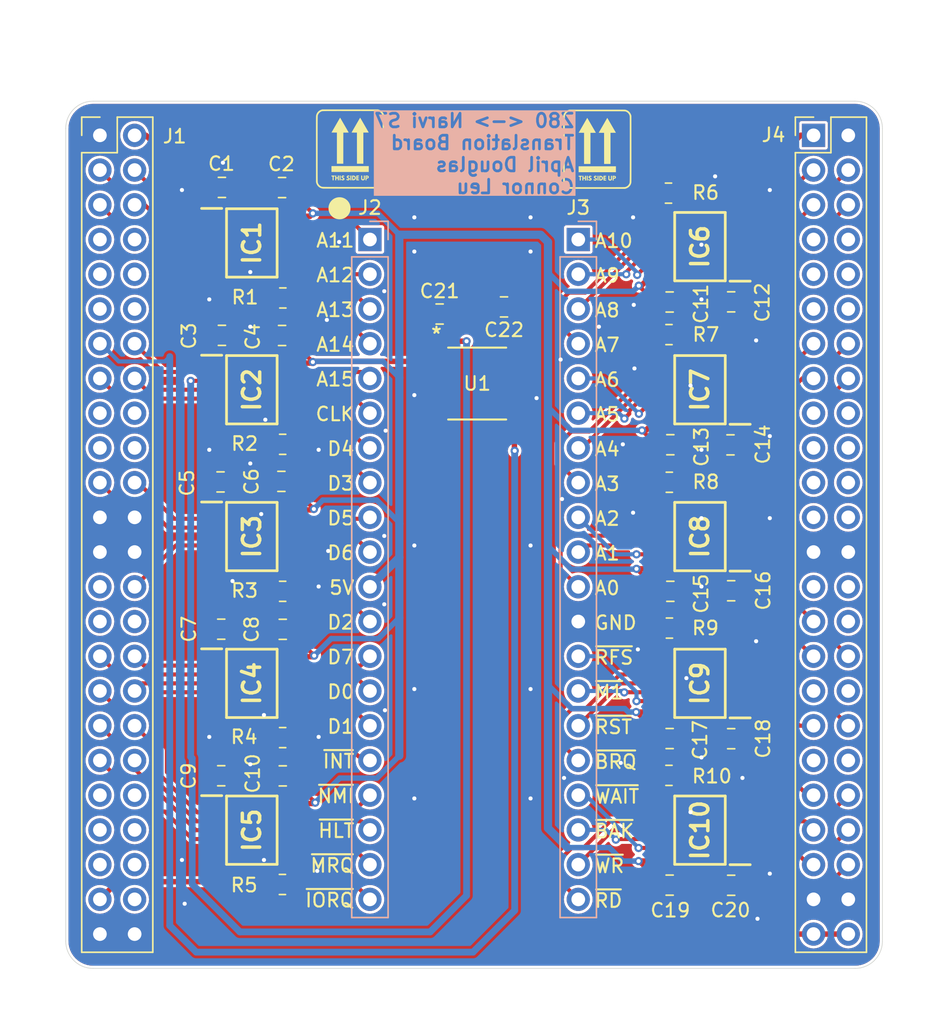
<source format=kicad_pcb>
(kicad_pcb (version 20240108) (generator "pcbnew") (generator_version "8.0")
  (layers (0 "F.Cu" signal) (31 "B.Cu" signal) (34 "B.Paste" user) (35 "F.Paste" user) (36 "B.SilkS" user "B.Silkscreen") (37 "F.SilkS" user "F.Silkscreen") (38 "B.Mask" user) (39 "F.Mask" user) (44 "Edge.Cuts" user))
  (net 0 "")
  (net 1 "D3_FPGA")
  (net 2 "A14_FPGA")
  (net 3 "D5_FPGA")
  (net 4 "D4_FPGA")
  (net 5 "D6_FPGA")
  (net 6 "CLK")
  (net 7 "A15_FPGA")
  (net 8 "A12_FPGA")
  (net 9 "A13_FPGA")
  (net 10 "A11_FPGA")
  (net 11 "HALT_FPGA")
  (net 12 "MREQ_FPGA")
  (net 13 "NMI_FPGA")
  (net 14 "INT_FPGA")
  (net 15 "D0_FPGA")
  (net 16 "D7_FPGA")
  (net 17 "D2_FPGA")
  (net 18 "IORQ_FPGA")
  (net 19 "D1_FPGA")
  (net 20 "A1_FPGA")
  (net 21 "A2_FPGA")
  (net 22 "A5_FPGA")
  (net 23 "A4_FPGA")
  (net 24 "A8_FPGA")
  (net 25 "A9_FPGA")
  (net 26 "A3_FPGA")
  (net 27 "A7_FPGA")
  (net 28 "A6_FPGA")
  (net 29 "A10_FPGA")
  (net 30 "BUSAK_FPGA")
  (net 31 "M1_FPGA")
  (net 32 "WAIT_FPGA")
  (net 33 "RFSH_FPGA")
  (net 34 "A0_FPGA")
  (net 35 "RD_FPGA")
  (net 36 "BUSRQ_FPGA")
  (net 37 "WR_FPGA")
  (net 38 "RESET_FPGA")
  (net 39 "D3_5V")
  (net 40 "D6_5V")
  (net 41 "D4_5V")
  (net 42 "A11_5V")
  (net 43 "A14_5V")
  (net 44 "A13_5V")
  (net 45 "A12_5V")
  (net 46 "CLK_5V")
  (net 47 "A15_5V")
  (net 48 "D5_5V")
  (net 49 "MREQ_5V")
  (net 50 "IORQ_5V")
  (net 51 "D7_5V")
  (net 52 "D1_5V")
  (net 53 "HALT_5V")
  (net 54 "+5V")
  (net 55 "D0_5V")
  (net 56 "INT_5V")
  (net 57 "NMI_5V")
  (net 58 "D2_5V")
  (net 59 "RD_5V")
  (net 60 "RFSH_5V")
  (net 61 "A0_5V")
  (net 62 "WR_5V")
  (net 63 "BUSAK_5V")
  (net 64 "BUSRQ_5V")
  (net 65 "M1_5V")
  (net 66 "RESET_5V")
  (net 67 "GND")
  (net 68 "WAIT_5V")
  (net 69 "A7_5V")
  (net 70 "A5_5V")
  (net 71 "A8_5V")
  (net 72 "A6_5V")
  (net 73 "A9_5V")
  (net 74 "A3_5V")
  (net 75 "A10_5V")
  (net 76 "A1_5V")
  (net 77 "A4_5V")
  (net 78 "A2_5V")
  (net 92 "Net-(IC1-OE)")
  (net 93 "Net-(IC2-OE)")
  (net 94 "Net-(IC3-OE)")
  (net 95 "Net-(IC4-OE)")
  (net 96 "Net-(IC5-OE)")
  (net 97 "Net-(IC10-OE)")
  (net 98 "Net-(IC9-OE)")
  (net 99 "Net-(IC8-OE)")
  (net 100 "Net-(IC7-OE)")
  (net 101 "Net-(IC6-OE)")
  (net 154 "+3V3UL")
  (net 155 "+3V3BL")
  (net 156 "+3V3UR")
  (net 157 "+3V3BR")
  (net 158 "PLLCLK")
  (footprint "Capacitor_SMD:C_0805_2012Metric" (layer "F.Cu") (at 162.375 73.185 180)
    (property "Reference" "C11")
    (property "Value" "100nF")
  )
  (footprint "hardware:SOP65P640X110-14N" (layer "F.Cu") (at 131.812 111.815)
    (property "Reference" "IC5")
    (property "Value" "NXB0104PW-Q100J" (hide yes))
  )
  (footprint "hardware:SOP65P640X110-14N" (layer "F.Cu") (at 164.592 79.6025 180)
    (property "Reference" "IC7")
    (property "Value" "NXB0104PW-Q100J" (hide yes))
  )
  (footprint "Capacitor_SMD:C_0805_2012Metric" (layer "F.Cu") (at 166.875 94.305 180)
    (property "Reference" "C16")
    (property "Value" "100nF")
  )
  (footprint "footprints:SOIC8_DCG8D1_REN" (layer "F.Cu") (at 148.29585 79.15)
    (property "Reference" "U1")
    (property "Value" "501MLF")
  )
  (footprint "Capacitor_SMD:C_0805_2012Metric" (layer "F.Cu") (at 129.625 64.805 180)
    (property "Reference" "C1")
    (property "Value" "100nF")
  )
  (footprint "Capacitor_SMD:C_0805_2012Metric" (layer "F.Cu") (at 166.875 105.125 180)
    (property "Reference" "C18")
    (property "Value" "100nF")
  )
  (footprint "Capacitor_SMD:C_0805_2012Metric" (layer "F.Cu") (at 166.825 83.635 180)
    (property "Reference" "C14")
    (property "Value" "100nF")
  )
  (footprint "Resistor_SMD:R_0805_2012Metric" (layer "F.Cu") (at 134.0675 83.595)
    (property "Reference" "R2")
    (property "Value" "100k")
  )
  (footprint "Capacitor_SMD:C_0805_2012Metric" (layer "F.Cu") (at 134.075 97.125 180)
    (property "Reference" "C8")
    (property "Value" "100nF")
  )
  (footprint "Capacitor_SMD:C_0805_2012Metric" (layer "F.Cu") (at 134.025 64.815 180)
    (property "Reference" "C2")
    (property "Value" "100nF")
  )
  (footprint "LOGO" (layer "F.Cu") (at 157.078 62.011)
    (property "Reference" "G***" (hide yes))
    (property "Value" "LOGO" (hide yes))
  )
  (footprint "hardware:SOP65P640X110-14N" (layer "F.Cu") (at 131.812 90.34)
    (property "Reference" "IC3")
    (property "Value" "NXB0104PW-Q100J" (hide yes))
  )
  (footprint "Resistor_SMD:R_0805_2012Metric" (layer "F.Cu") (at 134.05 115.7875)
    (property "Reference" "R5")
    (property "Value" "100k")
  )
  (footprint "hardware:SOP65P640X110-14N" (layer "F.Cu") (at 131.812 68.865)
    (property "Reference" "IC1")
    (property "Value" "NXB0104PW-Q100J" (hide yes))
  )
  (footprint "Resistor_SMD:R_0805_2012Metric" (layer "F.Cu") (at 162.326556 75.570171 180)
    (property "Reference" "R7")
    (property "Value" "100k")
  )
  (footprint "Connector_PinHeader_2.54mm:PinHeader_2x24_P2.54mm_Vertical" (layer "F.Cu") (at 172.9 60.995)
    (property "Reference" "J4")
    (property "Value" "Conn_02x24_Odd_Even")
  )
  (footprint "Capacitor_SMD:C_0805_2012Metric" (layer "F.Cu") (at 162.425 83.625 180)
    (property "Reference" "C13")
    (property "Value" "100nF")
  )
  (footprint "Capacitor_SMD:C_0805_2012Metric" (layer "F.Cu") (at 150.26 73.545 180)
    (property "Reference" "C22")
    (property "Value" "100nF")
  )
  (footprint "Capacitor_SMD:C_0805_2012Metric" (layer "F.Cu") (at 166.875 73.175 180)
    (property "Reference" "C12")
    (property "Value" "100nF")
  )
  (footprint "Resistor_SMD:R_0805_2012Metric" (layer "F.Cu") (at 162.325 107.8085 180)
    (property "Reference" "R10")
    (property "Value" "100k")
  )
  (footprint "Resistor_SMD:R_0805_2012Metric" (layer "F.Cu") (at 134.0675 105.045)
    (property "Reference" "R4")
    (property "Value" "100k")
  )
  (footprint "Capacitor_SMD:C_0805_2012Metric" (layer "F.Cu") (at 162.375 115.835 180)
    (property "Reference" "C19")
    (property "Value" "100nF")
  )
  (footprint "Capacitor_SMD:C_0805_2012Metric" (layer "F.Cu") (at 145.55 74.065)
    (property "Reference" "C21")
    (property "Value" "100nF")
  )
  (footprint "hardware:SOP65P640X110-14N" (layer "F.Cu") (at 164.592 69.135 180)
    (property "Reference" "IC6")
    (property "Value" "NXB0104PW-Q100J" (hide yes))
  )
  (footprint "Capacitor_SMD:C_0805_2012Metric" (layer "F.Cu") (at 129.625 75.625 180)
    (property "Reference" "C3")
    (property "Value" "100nF")
  )
  (footprint "Capacitor_SMD:C_0805_2012Metric" (layer "F.Cu") (at 134.075 107.845 180)
    (property "Reference" "C10")
    (property "Value" "100nF")
  )
  (footprint "Capacitor_SMD:C_0805_2012Metric" (layer "F.Cu") (at 162.425 94.345 180)
    (property "Reference" "C15")
    (property "Value" "100nF")
  )
  (footprint "Capacitor_SMD:C_0805_2012Metric" (layer "F.Cu") (at 166.875 115.845 180)
    (property "Reference" "C20")
    (property "Value" "100nF")
  )
  (footprint "Capacitor_SMD:C_0805_2012Metric" (layer "F.Cu") (at 134.025 75.635 180)
    (property "Reference" "C4")
    (property "Value" "100nF")
  )
  (footprint "hardware:SOP65P640X110-14N" (layer "F.Cu") (at 164.592 111.815 180)
    (property "Reference" "IC10")
    (property "Value" "NXB0104PW-Q100J" (hide yes))
  )
  (footprint "Resistor_SMD:R_0805_2012Metric" (layer "F.Cu") (at 134.0675 94.345)
    (property "Reference" "R3")
    (property "Value" "100k")
  )
  (footprint "Capacitor_SMD:C_0805_2012Metric" (layer "F.Cu") (at 133.975 86.305 180)
    (property "Reference" "C6")
    (property "Value" "100nF")
  )
  (footprint "hardware:SOP65P640X110-14N" (layer "F.Cu") (at 164.592 101.0775 180)
    (property "Reference" "IC9")
    (property "Value" "NXB0104PW-Q100J" (hide yes))
  )
  (footprint "Resistor_SMD:R_0805_2012Metric" (layer "F.Cu") (at 162.350825 86.369009 180)
    (property "Reference" "R8")
    (property "Value" "100k")
  )
  (footprint "Capacitor_SMD:C_0805_2012Metric" (layer "F.Cu") (at 129.575 107.835 180)
    (property "Reference" "C9")
    (property "Value" "100nF")
  )
  (footprint "Capacitor_SMD:C_0805_2012Metric" (layer "F.Cu") (at 129.525 86.345 180)
    (property "Reference" "C5")
    (property "Value" "100nF")
  )
  (footprint "Capacitor_SMD:C_0805_2012Metric" (layer "F.Cu") (at 162.375 105.115 180)
    (property "Reference" "C17")
    (property "Value" "100nF")
  )
  (footprint "LOGO" (layer "F.Cu") (at 139 61.995)
    (property "Reference" "G***" (hide yes))
    (property "Value" "LOGO" (hide yes))
  )
  (footprint "Resistor_SMD:R_0805_2012Metric" (layer "F.Cu") (at 162.2905 65.223 180)
    (property "Reference" "R6")
    (property "Value" "100k")
  )
  (footprint "Capacitor_SMD:C_0805_2012Metric" (layer "F.Cu") (at 129.575 97.115 180)
    (property "Reference" "C7")
    (property "Value" "100nF")
  )
  (footprint "Resistor_SMD:R_0805_2012Metric" (layer "F.Cu") (at 162.358511 97.034791 180)
    (property "Reference" "R9")
    (property "Value" "100k")
  )
  (footprint "Resistor_SMD:R_0805_2012Metric" (layer "F.Cu") (at 134.082063 72.889946)
    (property "Reference" "R1")
    (property "Value" "100k")
  )
  (footprint "hardware:SOP65P640X110-14N" (layer "F.Cu") (at 164.592 90.34 180)
    (property "Reference" "IC8")
    (property "Value" "NXB0104PW-Q100J" (hide yes))
  )
  (footprint "hardware:SOP65P640X110-14N" (layer "F.Cu") (at 131.812 101.0775)
    (property "Reference" "IC4")
    (property "Value" "NXB0104PW-Q100J" (hide yes))
  )
  (footprint "Connector_PinHeader_2.54mm:PinHeader_2x24_P2.54mm_Vertical" (layer "F.Cu") (at 120.7 60.995)
    (property "Reference" "J1")
    (property "Value" "Conn_02x24_Odd_Even")
  )
  (footprint "hardware:SOP65P640X110-14N" (layer "F.Cu") (at 131.812 79.6025)
    (property "Reference" "IC2")
    (property "Value" "NXB0104PW-Q100J" (hide yes))
  )
  (footprint "Connector_PinHeader_2.54mm:PinHeader_1x20_P2.54mm_Vertical" (layer "B.Cu") (at 155.690468 68.615398 180)
    (property "Reference" "J3")
    (property "Value" "Conn_01x20_Pin")
  )
  (footprint "Connector_PinHeader_2.54mm:PinHeader_1x20_P2.54mm_Vertical" (layer "B.Cu") (at 140.450468 68.615398 180)
    (property "Reference" "J2")
    (property "Value" "Conn_01x20_Pin")
  )
  (gr_circle (center 138.226 66.329) (end 138.933107 66.329) (stroke (width 0.2)) (fill solid) (layer "F.SilkS"))
  (gr_arc (start 118.2 60.495) (mid 118.785786 59.080786) (end 120.2 58.495) (stroke (width 0.05)) (layer "Edge.Cuts"))
  (gr_arc (start 175.94 58.495) (mid 177.354214 59.080786) (end 177.94 60.495) (stroke (width 0.05)) (layer "Edge.Cuts"))
  (gr_line (start 118.2 60.495) (end 118.2 119.925) (stroke (width 0.05)) (layer "Edge.Cuts"))
  (gr_arc (start 120.2 121.925) (mid 118.785786 121.339214) (end 118.2 119.925) (stroke (width 0.05)) (layer "Edge.Cuts"))
  (gr_line (start 175.94 58.495) (end 120.2 58.495) (stroke (width 0.05)) (layer "Edge.Cuts"))
  (gr_line (start 120.2 121.925) (end 175.94 121.925) (stroke (width 0.05)) (layer "Edge.Cuts"))
  (gr_arc (start 177.94 119.925) (mid 177.354214 121.339214) (end 175.94 121.925) (stroke (width 0.05)) (layer "Edge.Cuts"))
  (gr_line (start 177.94 60.495) (end 177.94 119.925) (stroke (width 0.05)) (layer "Edge.Cuts"))
  (gr_text "Z80 <-> Narvi S7\nTranslation Board\nApril Douglas\nConnor Leu " (at 155.506 65.34 0) (layer "B.SilkS" knockout) (effects (font (size 1 1) (thickness 0.2) (bold yes)) (justify left bottom mirror)))
  (gr_text "~{RFS}" (at 156.8 99.775 0) (layer "F.SilkS") (effects (font (size 1 1) (thickness 0.153)) (justify left bottom)))
  (gr_text "A5" (at 156.8 81.995 0) (layer "F.SilkS") (effects (font (size 1 1) (thickness 0.153)) (justify left bottom)))
  (gr_text "D0" (at 139.39993 102.285 0) (layer "F.SilkS") (effects (font (size 1 1) (thickness 0.153)) (justify right bottom)))
  (gr_text "A2" (at 156.8 89.615 0) (layer "F.SilkS") (effects (font (size 1 1) (thickness 0.153)) (justify left bottom)))
  (gr_text "~{NMI}\n" (at 139.39993 109.905 0) (layer "F.SilkS") (effects (font (size 1 1) (thickness 0.153)) (justify right bottom)))
  (gr_text "D6" (at 139.39993 92.125 0) (layer "F.SilkS") (effects (font (size 1 1) (thickness 0.153)) (justify right bottom)))
  (gr_text "A6" (at 156.8 79.455 0) (layer "F.SilkS") (effects (font (size 1 1) (thickness 0.153)) (justify left bottom)))
  (gr_text "A10" (at 156.8 69.295 0) (layer "F.SilkS") (effects (font (size 1 1) (thickness 0.153)) (justify left bottom)))
  (gr_text "A0" (at 156.8 94.695 0) (layer "F.SilkS") (effects (font (size 1 1) (thickness 0.153)) (justify left bottom)))
  (gr_text "~{RD}\n" (at 156.8 117.555 0) (layer "F.SilkS") (effects (font (size 1 1) (thickness 0.153)) (justify left bottom)))
  (gr_text "~{RST}" (at 156.8 104.855 0) (layer "F.SilkS") (effects (font (size 1 1) (thickness 0.153)) (justify left bottom)))
  (gr_text "A7" (at 156.8 76.915 0) (layer "F.SilkS") (effects (font (size 1 1) (thickness 0.153)) (justify left bottom)))
  (gr_text "~{INT}" (at 139.39993 107.365 0) (layer "F.SilkS") (effects (font (size 1 1) (thickness 0.153)) (justify right bottom)))
  (gr_text "D2" (at 139.39993 97.205 0) (layer "F.SilkS") (effects (font (size 1 1) (thickness 0.153)) (justify right bottom)))
  (gr_text "A9" (at 156.8 71.835 0) (layer "F.SilkS") (effects (font (size 1 1) (thickness 0.153)) (justify left bottom)))
  (gr_text "CLK" (at 139.39993 81.965 0) (layer "F.SilkS") (effects (font (size 1 1) (thickness 0.153)) (justify right bottom)))
  (gr_text "A1" (at 156.8 92.155 0) (layer "F.SilkS") (effects (font (size 1 1) (thickness 0.153)) (justify left bottom)))
  (gr_text "A11\n" (at 139.39993 69.265 0) (layer "F.SilkS") (effects (font (size 1 1) (thickness 0.153)) (justify right bottom)))
  (gr_text "D7" (at 139.39993 99.745 0) (layer "F.SilkS") (effects (font (size 1 1) (thickness 0.153)) (justify right bottom)))
  (gr_text "~{BRQ}\n" (at 156.8 107.395 0) (layer "F.SilkS") (effects (font (size 1 1) (thickness 0.153)) (justify left bottom)))
  (gr_text "GND" (at 156.8 97.235 0) (layer "F.SilkS") (effects (font (size 1 1) (thickness 0.153)) (justify left bottom)))
  (gr_text "~{WR}" (at 156.8 115.015 0) (layer "F.SilkS") (effects (font (size 1 1) (thickness 0.153)) (justify left bottom)))
  (gr_text "~{WAIT}\n" (at 156.8 109.935 0) (layer "F.SilkS") (effects (font (size 1 1) (thickness 0.153)) (justify left bottom)))
  (gr_text "~{MRQ}" (at 139.39993 114.985 0) (layer "F.SilkS") (effects (font (size 1 1) (thickness 0.153)) (justify right bottom)))
  (gr_text "A15" (at 139.39993 79.425 0) (layer "F.SilkS") (effects (font (size 1 1) (thickness 0.153)) (justify right bottom)))
  (gr_text "~{HLT}" (at 139.39993 112.445 0) (layer "F.SilkS") (effects (font (size 1 1) (thickness 0.153)) (justify right bottom)))
  (gr_text "A8" (at 156.8 74.375 0) (layer "F.SilkS") (effects (font (size 1 1) (thickness 0.153)) (justify left bottom)))
  (gr_text "~{M1}" (at 156.8 102.315 0) (layer "F.SilkS") (effects (font (size 1 1) (thickness 0.153)) (justify left bottom)))
  (gr_text "~{BAK}" (at 156.8 112.475 0) (layer "F.SilkS") (effects (font (size 1 1) (thickness 0.153)) (justify left bottom)))
  (gr_text "A12\n" (at 139.39993 71.805 0) (layer "F.SilkS") (effects (font (size 1 1) (thickness 0.153)) (justify right bottom)))
  (gr_text "~{IORQ}" (at 139.39993 117.525 0) (layer "F.SilkS") (effects (font (size 1 1) (thickness 0.153)) (justify right bottom)))
  (gr_text "D3\n" (at 139.39993 87.045 0) (layer "F.SilkS") (effects (font (size 1 1) (thickness 0.153)) (justify right bottom)))
  (gr_text "A13" (at 139.39993 74.345 0) (layer "F.SilkS") (effects (font (size 1 1) (thickness 0.153)) (justify right bottom)))
  (gr_text "A3" (at 156.8 87.075 0) (layer "F.SilkS") (effects (font (size 1 1) (thickness 0.153)) (justify left bottom)))
  (gr_text "A4" (at 156.8 84.535 0) (layer "F.SilkS") (effects (font (size 1 1) (thickness 0.153)) (justify left bottom)))
  (gr_text "5V" (at 139.39993 94.665 0) (layer "F.SilkS") (effects (font (size 1 1) (thickness 0.153)) (justify right bottom)))
  (gr_text "D5\n" (at 139.39993 89.585 0) (layer "F.SilkS") (effects (font (size 1 1) (thickness 0.153)) (justify right bottom)))
  (gr_text "A14\n" (at 139.39993 76.885 0) (layer "F.SilkS") (effects (font (size 1 1) (thickness 0.153)) (justify right bottom)))
  (gr_text "D1" (at 139.39993 104.825 0) (layer "F.SilkS") (effects (font (size 1 1) (thickness 0.153)) (justify right bottom)))
  (gr_text "D4\n" (at 139.39993 84.505 0) (layer "F.SilkS") (effects (font (size 1 1) (thickness 0.153)) (justify right bottom)))
  (segment (start 121.925 80) (end 120.7 78.775) (width 0.3) (layer "F.Cu") (net 1))
  (segment (start 128.874 80.2525) (end 123.874557 80.2525) (width 0.3) (layer "F.Cu") (net 1))
  (segment (start 123.874557 80.2525) (end 123.622057 80) (width 0.3) (layer "F.Cu") (net 1))
  (segment (start 123.622057 80) (end 121.925 80) (width 0.3) (layer "F.Cu") (net 1))
  (segment (start 126.415 69.515) (end 124.175 67.275) (width 0.3) (layer "F.Cu") (net 2))
  (segment (start 128.874 69.515) (end 126.415 69.515) (width 0.3) (layer "F.Cu") (net 2))
  (segment (start 121.9 67.275) (end 120.7 66.075) (width 0.3) (layer "F.Cu") (net 2))
  (segment (start 124.175 67.275) (end 121.9 67.275) (width 0.3) (layer "F.Cu") (net 2))
  (segment (start 126.14 89.04) (end 123.495 86.395) (width 0.3) (layer "F.Cu") (net 3))
  (segment (start 128.874 89.04) (end 126.14 89.04) (width 0.3) (layer "F.Cu") (net 3))
  (segment (start 124.0675 79.6025) (end 123.24 78.775) (width 0.3) (layer "F.Cu") (net 4))
  (segment (start 128.874 79.6025) (end 124.0675 79.6025) (width 0.3) (layer "F.Cu") (net 4))
  (segment (start 122.005 87.7) (end 120.7 86.395) (width 0.3) (layer "F.Cu") (net 5))
  (segment (start 125.692057 89.69) (end 123.702057 87.7) (width 0.3) (layer "F.Cu") (net 5))
  (segment (start 128.874 89.69) (end 125.692057 89.69) (width 0.3) (layer "F.Cu") (net 5))
  (segment (start 123.702057 87.7) (end 122.005 87.7) (width 0.3) (layer "F.Cu") (net 5))
  (segment (start 146.7617 76.055) (end 145.5717 77.245) (width 0.4) (layer "F.Cu") (net 6))
  (segment (start 127.34 78.9525) (end 127.2725 78.9525) (width 0.3) (layer "F.Cu") (net 6))
  (segment (start 127.2725 78.9525) (end 127.26 78.965) (width 0.3) (layer "F.Cu") (net 6))
  (segment (start 147.52 76.055) (end 146.7617 76.055) (width 0.4) (layer "F.Cu") (net 6))
  (segment (start 128.874 78.9525) (end 127.34 78.9525) (width 0.3) (layer "F.Cu") (net 6))
  (via (at 147.52 76.055) (size 0.6) (drill 0.3) (layers "F.Cu" "B.Cu") (net 6))
  (via (at 127.34 78.9525) (size 0.6) (drill 0.3) (layers "F.Cu" "B.Cu") (net 6))
  (segment (start 130.94 119.255) (end 144.86 119.255) (width 0.5) (layer "B.Cu") (net 6))
  (segment (start 127.45 115.765) (end 127.82 116.135) (width 0.5) (layer "B.Cu") (net 6))
  (segment (start 127.82 116.135) (end 130.94 119.255) (width 0.5) (layer "B.Cu") (net 6))
  (segment (start 127.34 106.454239) (end 127.45 106.564239) (width 0.5) (layer "B.Cu") (net 6))
  (segment (start 127.45 106.564239) (end 127.45 115.765) (width 0.5) (layer "B.Cu") (net 6))
  (segment (start 127.34 78.9525) (end 127.34 106.454239) (width 0.5) (layer "B.Cu") (net 6))
  (segment (start 144.86 119.255) (end 147.52 116.595) (width 0.5) (layer "B.Cu") (net 6))
  (segment (start 147.52 116.595) (end 147.52 76.055) (width 0.5) (layer "B.Cu") (net 6))
  (segment (start 125.3075 78.3025) (end 123.24 76.235) (width 0.3) (layer "F.Cu") (net 7))
  (segment (start 128.874 78.3025) (end 125.3075 78.3025) (width 0.3) (layer "F.Cu") (net 7))
  (segment (start 127.077057 68.215) (end 123.597057 64.735) (width 0.3) (layer "F.Cu") (net 8))
  (segment (start 123.597057 64.735) (end 121.9 64.735) (width 0.3) (layer "F.Cu") (net 8))
  (segment (start 128.874 68.215) (end 127.077057 68.215) (width 0.3) (layer "F.Cu") (net 8))
  (segment (start 121.9 64.735) (end 120.7 63.535) (width 0.3) (layer "F.Cu") (net 8))
  (segment (start 123.975 66.075) (end 123.24 66.075) (width 0.3) (layer "F.Cu") (net 9))
  (segment (start 128.874 68.865) (end 126.765 68.865) (width 0.3) (layer "F.Cu") (net 9))
  (segment (start 126.765 68.865) (end 123.975 66.075) (width 0.3) (layer "F.Cu") (net 9))
  (segment (start 127.27 67.565) (end 123.24 63.535) (width 0.3) (layer "F.Cu") (net 10))
  (segment (start 128.874 67.565) (end 127.27 67.565) (width 0.3) (layer "F.Cu") (net 10))
  (segment (start 124.529394 107.915) (end 124.529394 106.307337) (width 0.3) (layer "F.Cu") (net 11))
  (segment (start 127.779394 111.165) (end 124.529394 107.915) (width 0.3) (layer "F.Cu") (net 11))
  (segment (start 123.622057 105.4) (end 121.925 105.4) (width 0.3) (layer "F.Cu") (net 11))
  (segment (start 121.925 105.4) (end 120.7 104.175) (width 0.3) (layer "F.Cu") (net 11))
  (segment (start 128.874 111.165) (end 127.779394 111.165) (width 0.3) (layer "F.Cu") (net 11))
  (segment (start 124.529394 106.307337) (end 123.622057 105.4) (width 0.3) (layer "F.Cu") (net 11))
  (segment (start 128.874 111.815) (end 127.722288 111.815) (width 0.3) (layer "F.Cu") (net 12))
  (segment (start 127.722288 111.815) (end 123.24 107.332712) (width 0.3) (layer "F.Cu") (net 12))
  (segment (start 125.1 106.035) (end 123.24 104.175) (width 0.3) (layer "F.Cu") (net 13))
  (segment (start 125.1 107.7785) (end 125.1 106.035) (width 0.3) (layer "F.Cu") (net 13))
  (segment (start 127.8365 110.515) (end 125.1 107.7785) (width 0.3) (layer "F.Cu") (net 13))
  (segment (start 128.874 110.515) (end 127.8365 110.515) (width 0.3) (layer "F.Cu") (net 13))
  (segment (start 123.737057 102.835) (end 121.9 102.835) (width 0.3) (layer "F.Cu") (net 14))
  (segment (start 128.874 101.7275) (end 124.844557 101.7275) (width 0.3) (layer "F.Cu") (net 14))
  (segment (start 124.844557 101.7275) (end 123.737057 102.835) (width 0.3) (layer "F.Cu") (net 14))
  (segment (start 121.9 102.835) (end 120.7 101.635) (width 0.3) (layer "F.Cu") (net 14))
  (segment (start 128.874 100.4275) (end 122.0325 100.4275) (width 0.3) (layer "F.Cu") (net 15))
  (segment (start 122.0325 100.4275) (end 120.7 99.095) (width 0.3) (layer "F.Cu") (net 15))
  (segment (start 123.9225 99.7775) (end 123.24 99.095) (width 0.3) (layer "F.Cu") (net 16))
  (segment (start 128.874 99.7775) (end 123.9225 99.7775) (width 0.3) (layer "F.Cu") (net 16))
  (segment (start 126.265 90.99) (end 123.24 94.015) (width 0.3) (layer "F.Cu") (net 17))
  (segment (start 128.874 90.99) (end 126.265 90.99) (width 0.3) (layer "F.Cu") (net 17))
  (segment (start 121.9 109.612057) (end 121.9 107.915) (width 0.3) (layer "F.Cu") (net 18))
  (segment (start 128.874 112.465) (end 127.465 112.465) (width 0.3) (layer "F.Cu") (net 18))
  (segment (start 125.455 110.455) (end 122.742943 110.455) (width 0.3) (layer "F.Cu") (net 18))
  (segment (start 127.465 112.465) (end 125.455 110.455) (width 0.3) (layer "F.Cu") (net 18))
  (segment (start 121.9 107.915) (end 120.7 106.715) (width 0.3) (layer "F.Cu") (net 18))
  (segment (start 122.742943 110.455) (end 121.9 109.612057) (width 0.3) (layer "F.Cu") (net 18))
  (segment (start 123.7975 101.0775) (end 123.24 101.635) (width 0.3) (layer "F.Cu") (net 19))
  (segment (start 128.874 101.0775) (end 123.7975 101.0775) (width 0.3) (layer "F.Cu") (net 19))
  (segment (start 172.345 97.895) (end 174.24 97.895) (width 0.3) (layer "F.Cu") (net 20))
  (segment (start 174.24 97.895) (end 175.44 99.095) (width 0.3) (layer "F.Cu") (net 20))
  (segment (start 170.475 92.840394) (end 170.475 96.025) (width 0.3) (layer "F.Cu") (net 20))
  (segment (start 170.475 96.025) (end 172.345 97.895) (width 0.3) (layer "F.Cu") (net 20))
  (segment (start 167.53 90.99) (end 168.624606 90.99) (width 0.3) (layer "F.Cu") (net 20))
  (segment (start 168.624606 90.99) (end 170.475 92.840394) (width 0.3) (layer "F.Cu") (net 20))
  (segment (start 167.53 90.34) (end 168.681713 90.34) (width 0.3) (layer "F.Cu") (net 21))
  (segment (start 168.681713 90.34) (end 170.975 92.633287) (width 0.3) (layer "F.Cu") (net 21))
  (segment (start 170.975 92.633287) (end 170.975 94.63) (width 0.3) (layer "F.Cu") (net 21))
  (segment (start 170.975 94.63) (end 172.9 96.555) (width 0.3) (layer "F.Cu") (net 21))
  (segment (start 167.53 80.2525) (end 170.5975 80.2525) (width 0.3) (layer "F.Cu") (net 22))
  (segment (start 172.075 78.775) (end 172.9 78.775) (width 0.3) (layer "F.Cu") (net 22))
  (segment (start 170.5975 80.2525) (end 172.075 78.775) (width 0.3) (layer "F.Cu") (net 22))
  (segment (start 170.375443 79.6025) (end 172.542943 77.435) (width 0.3) (layer "F.Cu") (net 23))
  (segment (start 167.53 79.6025) (end 170.375443 79.6025) (width 0.3) (layer "F.Cu") (net 23))
  (segment (start 172.542943 77.435) (end 174.24 77.435) (width 0.3) (layer "F.Cu") (net 23))
  (segment (start 174.24 77.435) (end 175.44 76.235) (width 0.3) (layer "F.Cu") (net 23))
  (segment (start 169.7 67.4) (end 172.3 64.8) (width 0.3) (layer "F.Cu") (net 24))
  (segment (start 169.7 68.150607) (end 169.7 67.4) (width 0.3) (layer "F.Cu") (net 24))
  (segment (start 168.715607 69.135) (end 169.7 68.150607) (width 0.3) (layer "F.Cu") (net 24))
  (segment (start 167.646 69.135) (end 168.715607 69.135) (width 0.3) (layer "F.Cu") (net 24))
  (segment (start 174.175 64.8) (end 175.44 63.535) (width 0.3) (layer "F.Cu") (net 24))
  (segment (start 172.3 64.8) (end 174.175 64.8) (width 0.3) (layer "F.Cu") (net 24))
  (segment (start 169.19 69.785) (end 172.9 66.075) (width 0.3) (layer "F.Cu") (net 25))
  (segment (start 167.646 69.785) (end 169.19 69.785) (width 0.3) (layer "F.Cu") (net 25))
  (segment (start 167.53 78.9525) (end 170.1825 78.9525) (width 0.3) (layer "F.Cu") (net 26))
  (segment (start 170.1825 78.9525) (end 172.9 76.235) (width 0.3) (layer "F.Cu") (net 26))
  (segment (start 168.6585 68.485) (end 169.2 67.9435) (width 0.3) (layer "F.Cu") (net 27))
  (segment (start 169.2 67.9435) (end 169.2 67.05) (width 0.3) (layer "F.Cu") (net 27))
  (segment (start 169.2 67.05) (end 172.715 63.535) (width 0.3) (layer "F.Cu") (net 27))
  (segment (start 167.646 68.485) (end 168.6585 68.485) (width 0.3) (layer "F.Cu") (net 27))
  (segment (start 171.8 80.05) (end 174.165 80.05) (width 0.3) (layer "F.Cu") (net 28))
  (segment (start 170.9475 80.9025) (end 171.8 80.05) (width 0.3) (layer "F.Cu") (net 28))
  (segment (start 174.165 80.05) (end 175.44 78.775) (width 0.3) (layer "F.Cu") (net 28))
  (segment (start 167.53 80.9025) (end 170.9475 80.9025) (width 0.3) (layer "F.Cu") (net 28))
  (segment (start 174.24 67.275) (end 175.44 66.075) (width 0.3) (layer "F.Cu") (net 29))
  (segment (start 167.646 70.435) (end 169.365 70.435) (width 0.3) (layer "F.Cu") (net 29))
  (segment (start 169.365 70.435) (end 172.525 67.275) (width 0.3) (layer "F.Cu") (net 29))
  (segment (start 172.525 67.275) (end 174.24 67.275) (width 0.3) (layer "F.Cu") (net 29))
  (segment (start 170.74 112.54) (end 172.535 114.335) (width 0.3) (layer "F.Cu") (net 30))
  (segment (start 167.59 112.54) (end 170.74 112.54) (width 0.3) (layer "F.Cu") (net 30))
  (segment (start 167.53 101.7275) (end 168.624607 101.7275) (width 0.3) (layer "F.Cu") (net 31))
  (segment (start 171.45 108.245) (end 172.46 109.255) (width 0.3) (layer "F.Cu") (net 31))
  (segment (start 168.624607 101.7275) (end 171.45 104.552893) (width 0.3) (layer "F.Cu") (net 31))
  (segment (start 171.45 104.552893) (end 171.45 108.245) (width 0.3) (layer "F.Cu") (net 31))
  (segment (start 169.982943 113.115) (end 172.467943 115.6) (width 0.3) (layer "F.Cu") (net 32))
  (segment (start 167.53 113.115) (end 169.982943 113.115) (width 0.3) (layer "F.Cu") (net 32))
  (segment (start 174.175 115.6) (end 175.44 114.335) (width 0.3) (layer "F.Cu") (net 32))
  (segment (start 172.467943 115.6) (end 174.175 115.6) (width 0.3) (layer "F.Cu") (net 32))
  (segment (start 168.5525 102.3775) (end 170.75 104.575) (width 0.3) (layer "F.Cu") (net 33))
  (segment (start 167.53 102.3775) (end 168.5525 102.3775) (width 0.3) (layer "F.Cu") (net 33))
  (segment (start 170.75 104.575) (end 170.75 108.82) (width 0.3) (layer "F.Cu") (net 33))
  (segment (start 174.24 110.455) (end 175.44 109.255) (width 0.3) (layer "F.Cu") (net 33))
  (segment (start 172.385 110.455) (end 174.24 110.455) (width 0.3) (layer "F.Cu") (net 33))
  (segment (start 170.75 108.82) (end 172.385 110.455) (width 0.3) (layer "F.Cu") (net 33))
  (segment (start 169.975 96.232106) (end 172.837894 99.095) (width 0.3) (layer "F.Cu") (net 34))
  (segment (start 169.975 93.0475) (end 169.975 96.232106) (width 0.3) (layer "F.Cu") (net 34))
  (segment (start 167.53 91.64) (end 168.5675 91.64) (width 0.3) (layer "F.Cu") (net 34))
  (segment (start 168.5675 91.64) (end 169.975 93.0475) (width 0.3) (layer "F.Cu") (net 34))
  (segment (start 167.53 111.165) (end 172.27 111.165) (width 0.3) (layer "F.Cu") (net 35))
  (segment (start 172.27 111.165) (end 172.9 111.795) (width 0.3) (layer "F.Cu") (net 35))
  (segment (start 167.53 100.4275) (end 168.9775 100.4275) (width 0.3) (layer "F.Cu") (net 36))
  (segment (start 168.9775 100.4275) (end 171.475 102.925) (width 0.3) (layer "F.Cu") (net 36))
  (segment (start 174.19 102.925) (end 175.44 104.175) (width 0.3) (layer "F.Cu") (net 36))
  (segment (start 171.475 102.925) (end 174.19 102.925) (width 0.3) (layer "F.Cu") (net 36))
  (segment (start 172.195 112.995) (end 174.24 112.995) (width 0.3) (layer "F.Cu") (net 37))
  (segment (start 171.015 111.815) (end 172.195 112.995) (width 0.3) (layer "F.Cu") (net 37))
  (segment (start 174.24 112.995) (end 175.44 111.795) (width 0.3) (layer "F.Cu") (net 37))
  (segment (start 167.53 111.815) (end 171.015 111.815) (width 0.3) (layer "F.Cu") (net 37))
  (segment (start 168.7775 101.0775) (end 171.875 104.175) (width 0.3) (layer "F.Cu") (net 38))
  (segment (start 167.53 101.0775) (end 168.7775 101.0775) (width 0.3) (layer "F.Cu") (net 38))
  (segment (start 171.875 104.175) (end 172.9 104.175) (width 0.3) (layer "F.Cu") (net 38))
  (segment (start 139.250468 83.715468) (end 139.250468 85.195398) (width 0.3) (layer "F.Cu") (net 39))
  (segment (start 135.7875 80.2525) (end 139.250468 83.715468) (width 0.3) (layer "F.Cu") (net 39))
  (segment (start 139.250468 85.195398) (end 140.450468 86.395398) (width 0.3) (layer "F.Cu") (net 39))
  (segment (start 134.75 80.2525) (end 135.7875 80.2525) (width 0.3) (layer "F.Cu") (net 39))
  (segment (start 134.75 89.69) (end 138.66507 89.69) (width 0.3) (layer "F.Cu") (net 40))
  (segment (start 138.66507 89.69) (end 140.450468 91.475398) (width 0.3) (layer "F.Cu") (net 40))
  (segment (start 135.9775 79.6025) (end 140.230398 83.855398) (width 0.3) (layer "F.Cu") (net 41))
  (segment (start 134.75 79.6025) (end 135.9775 79.6025) (width 0.3) (layer "F.Cu") (net 41))
  (segment (start 134.75 67.565) (end 139.40007 67.565) (width 0.3) (layer "F.Cu") (net 42))
  (segment (start 139.40007 67.565) (end 140.450468 68.615398) (width 0.3) (layer "F.Cu") (net 42))
  (segment (start 135.562964 69.515) (end 139.250468 73.202504) (width 0.3) (layer "F.Cu") (net 43))
  (segment (start 134.75 69.515) (end 135.562964 69.515) (width 0.3) (layer "F.Cu") (net 43))
  (segment (start 139.250468 73.202504) (end 139.250468 75.035398) (width 0.3) (layer "F.Cu") (net 43))
  (segment (start 139.250468 75.035398) (end 140.450468 76.235398) (width 0.3) (layer "F.Cu") (net 43))
  (segment (start 135.62007 68.865) (end 140.450468 73.695398) (width 0.3) (layer "F.Cu") (net 44))
  (segment (start 134.75 68.865) (end 135.62007 68.865) (width 0.3) (layer "F.Cu") (net 44))
  (segment (start 135.7875 68.215) (end 138.727898 71.155398) (width 0.3) (layer "F.Cu") (net 45))
  (segment (start 134.75 68.215) (end 135.7875 68.215) (width 0.3) (layer "F.Cu") (net 45))
  (segment (start 138.727898 71.155398) (end 140.450468 71.155398) (width 0.3) (layer "F.Cu") (net 45))
  (segment (start 138.08757 78.9525) (end 140.450468 81.315398) (width 0.3) (layer "F.Cu") (net 46))
  (segment (start 134.75 78.9525) (end 138.08757 78.9525) (width 0.3) (layer "F.Cu") (net 46))
  (segment (start 134.75 78.3025) (end 139.97757 78.3025) (width 0.3) (layer "F.Cu") (net 47))
  (segment (start 134.75 89.04) (end 140.345866 89.04) (width 0.3) (layer "F.Cu") (net 48))
  (segment (start 134.75 111.815) (end 137.93007 111.815) (width 0.3) (layer "F.Cu") (net 49))
  (segment (start 137.93007 111.815) (end 140.450468 114.335398) (width 0.3) (layer "F.Cu") (net 49))
  (segment (start 134.75 112.465) (end 136.04007 112.465) (width 0.3) (layer "F.Cu") (net 50))
  (segment (start 136.04007 112.465) (end 140.450468 116.875398) (width 0.3) (layer "F.Cu") (net 50))
  (segment (start 139.768366 99.7775) (end 140.450468 99.095398) (width 0.3) (layer "F.Cu") (net 51))
  (segment (start 134.75 99.7775) (end 139.768366 99.7775) (width 0.3) (layer "F.Cu") (net 51))
  (segment (start 137.35257 101.0775) (end 140.450468 104.175398) (width 0.3) (layer "F.Cu") (net 52))
  (segment (start 134.75 101.0775) (end 137.35257 101.0775) (width 0.3) (layer "F.Cu") (net 52))
  (segment (start 134.75 111.165) (end 139.82007 111.165) (width 0.3) (layer "F.Cu") (net 53))
  (segment (start 139.82007 111.165) (end 140.450468 111.795398) (width 0.3) (layer "F.Cu") (net 53))
  (segment (start 144.13085 77.525) (end 136.325 77.525) (width 0.4) (layer "F.Cu") (net 54))
  (segment (start 145.5717 78.515) (end 145.12085 78.515) (width 0.2) (layer "F.Cu") (net 54))
  (segment (start 149.31 78.165) (end 149.66 78.515) (width 0.4) (layer "F.Cu") (net 54))
  (segment (start 160.1 114.075) (end 161.344 114.075) (width 0.4) (layer "F.Cu") (net 54))
  (segment (start 134.975 76.275) (end 136.275 77.575) (width 0.3) (layer "F.Cu") (net 54))
  (segment (start 160.35 82.575) (end 160.6315 82.575) (width 0.4) (layer "F.Cu") (net 54))
  (segment (start 134.75 66.915) (end 136.06 66.915) (width 0.4) (layer "F.Cu") (net 54))
  (segment (start 136.385 109.865) (end 136.45 109.8) (width 0.4) (layer "F.Cu") (net 54))
  (segment (start 134.975 64.815) (end 134.975 65.4) (width 0.3) (layer "F.Cu") (net 54))
  (segment (start 136.2975 99.1275) (end 136.375 99.05) (width 0.4) (layer "F.Cu") (net 54))
  (segment (start 134.925 86.305) (end 134.925 86.9) (width 0.3) (layer "F.Cu") (net 54))
  (segment (start 161.244 92.7) (end 161.654 92.29) (width 0.4) (layer "F.Cu") (net 54))
  (segment (start 160.113935 71.991848) (end 160.303152 71.991848) (width 0.4) (layer "F.Cu") (net 54))
  (segment (start 136.285 88.39) (end 136.35 88.325) (width 0.4) (layer "F.Cu") (net 54))
  (segment (start 136.06 66.915) (end 136.275 66.7) (width 0.4) (layer "F.Cu") (net 54))
  (segment (start 134.925 86.9) (end 136.35 88.325) (width 0.3) (layer "F.Cu") (net 54))
  (segment (start 161.425 115.4) (end 160.1 114.075) (width 0.3) (layer "F.Cu") (net 54))
  (segment (start 134.975 75.635) (end 134.975 76.275) (width 0.3) (layer "F.Cu") (net 54))
  (segment (start 136.325 77.525) (end 136.275 77.575) (width 0.4) (layer "F.Cu") (net 54))
  (segment (start 159.95 92.7) (end 161.244 92.7) (width 0.4) (layer "F.Cu") (net 54))
  (segment (start 149.31 73.545) (end 149.31 78.165) (width 0.4) (layer "F.Cu") (net 54))
  (segment (start 146.5 74.065) (end 148.79 74.065) (width 0.4) (layer "F.Cu") (net 54))
  (segment (start 161.475 94.225) (end 159.95 92.7) (width 0.3) (layer "F.Cu") (net 54))
  (segment (start 136.1975 77.6525) (end 136.275 77.575) (width 0.4) (layer "F.Cu") (net 54))
  (segment (start 134.75 99.1275) (end 136.2975 99.1275) (width 0.4) (layer "F.Cu") (net 54))
  (segment (start 161.344 114.075) (end 161.654 113.765) (width 0.4) (layer "F.Cu") (net 54))
  (segment (start 161.4 83.625) (end 160.35 82.575) (width 0.3) (layer "F.Cu") (net 54))
  (segment (start 135.025 108.375) (end 136.45 109.8) (width 0.3) (layer "F.Cu") (net 54))
  (segment (start 145.5717 78.515) (end 146.02255 78.515) (width 0.2) (layer "F.Cu") (net 54))
  (segment (start 134.75 109.865) (end 136.385 109.865) (width 0.4) (layer "F.Cu") (net 54))
  (segment (start 134.75 88.39) (end 136.285 88.39) (width 0.4) (layer "F.Cu") (net 54))
  (segment (start 160.303152 71.991848) (end 161.21 71.085) (width 0.4) (layer "F.Cu") (net 54))
  (segment (start 144.13085 76.43415) (end 144.13085 77.525) (width 0.4) (layer "F.Cu") (net 54))
  (segment (start 161.425 104.678797) (end 159.923259 103.177056) (width 0.3) (layer "F.Cu") (net 54))
  (segment (start 149.66 78.515) (end 151.02 78.515) (width 0.4) (layer "F.Cu") (net 54))
  (segment (start 135.025 97.7) (end 136.375 99.05) (width 0.3) (layer "F.Cu") (net 54))
  (segment (start 161.504444 103.177056) (end 161.654 103.0275) (width 0.4) (layer "F.Cu") (net 54))
  (segment (start 159.923259 103.177056) (end 161.504444 103.177056) (width 0.4) (layer "F.Cu") (net 54))
  (segment (start 148.79 74.065) (end 149.31 73.545) (width 0.4) (layer "F.Cu") (net 54))
  (segment (start 134.975 65.4) (end 136.275 66.7) (width 0.3) (layer "F.Cu") (net 54))
  (segment (start 145.12085 78.515) (end 144.13085 77.525) (width 0.4) (layer "F.Cu") (net 54))
  (segment (start 160.6315 82.575) (end 161.654 81.5525) (width 0.4) (layer "F.Cu") (net 54))
  (segment (start 161.307087 73.185) (end 160.113935 71.991848) (width 0.3) (layer "F.Cu") (net 54))
  (segment (start 134.75 77.6525) (end 136.1975 77.6525) (width 0.4) (layer "F.Cu") (net 54))
  (segment (start 146.5 74.065) (end 144.13085 76.43415) (width 0.4) (layer "F.Cu") (net 54))
  (via (at 136.275 77.575) (size 0.6) (drill 0.3) (layers "F.Cu" "B.Cu") (net 54))
  (via (at 159.95 92.7) (size 0.6) (drill 0.3) (layers "F.Cu" "B.Cu") (net 54))
  (via (at 160.1 114.075) (size 0.6) (drill 0.3) (layers "F.Cu" "B.Cu") (net 54))
  (via (at 136.375 99.05) (size 0.6) (drill 0.3) (layers "F.Cu" "B.Cu") (net 54))
  (via (at 136.45 109.8) (size 0.6) (drill 0.3) (layers "F.Cu" "B.Cu") (net 54))
  (via (at 160.113935 71.991848) (size 0.6) (drill 0.3) (layers "F.Cu" "B.Cu") (net 54))
  (via (at 136.275 66.7) (size 0.6) (drill 0.3) (layers "F.Cu" "B.Cu") (net 54))
  (via (at 160.35 82.575) (size 0.6) (drill 0.3) (layers "F.Cu" "B.Cu") (net 54))
  (via (at 136.35 88.325) (size 0.6) (drill 0.3) (layers "F.Cu" "B.Cu") (net 54))
  (via (at 159.923259 103.177056) (size 0.6) (drill 0.3) (layers "F.Cu" "B.Cu") (net 54))
  (segment (start 140.957837 87.675) (end 137 87.675) (width 0.4) (layer "B.Cu") (net 54))
  (segment (start 158.95 114.075) (end 160.1 114.075) (width 0.4) (layer "B.Cu") (net 54))
  (segment (start 141.069602 97.805398) (end 142.6 96.275) (width 0.4) (layer "B.Cu") (net 54))
  (segment (start 137 87.675) (end 136.35 88.325) (width 0.4) (layer "B.Cu") (net 54))
  (segment (start 141.400398 77.525398) (end 136.324602 77.525398) (width 0.4) (layer "B.Cu") (net 54))
  (segment (start 153.475 90.225) (end 153.475 91.027697) (width 0.4) (layer "B.Cu") (net 54))
  (segment (start 136.375 99.05) (end 137.619602 97.805398) (width 0.4) (layer "B.Cu") (net 54))
  (segment (start 142.6 96.275) (end 142.6 106.373633) (width 0.6) (layer "B.Cu") (net 54))
  (segment (start 142.6 89.4) (end 142.6 89.317163) (width 0.4) (layer "B.Cu") (net 54))
  (segment (start 160.113935 71.991848) (end 159.700385 72.405398) (width 0.4) (layer "B.Cu") (net 54))
  (segment (start 142.6 68.26493) (end 141.03507 66.7) (width 0.4) (layer "B.Cu") (net 54))
  (segment (start 153.475 80.275) (end 153.475 80.867697) (width 0.4) (layer "B.Cu") (net 54))
  (segment (start 153.475 80.867697) (end 155.182303 82.575) (width 0.4) (layer "B.Cu") (net 54))
  (segment (start 155.172303 92.725) (end 159.925 92.725) (width 0.4) (layer "B.Cu") (net 54))
  (segment (start 142.6 68.26493) (end 152.93993 68.26493) (width 0.6) (layer "B.Cu") (net 54))
  (segment (start 142.6 91.865866) (end 142.6 96.275) (width 0.6) (layer "B.Cu") (net 54))
  (segment (start 153.475 90.225) (end 153.475 100.7) (width 0.6) (layer "B.Cu") (net 54))
  (segment (start 154.855398 72.405398) (end 153.475 71.025) (width 0.4) (layer "B.Cu") (net 54))
  (segment (start 152.975 68.3) (end 153.475 68.8) (width 0.6) (layer "B.Cu") (net 54))
  (segment (start 142.6 91.865866) (end 142.6 89.4) (width 0.6) (layer "B.Cu") (net 54))
  (segment (start 155.212303 102.925) (end 153.475 101.187697) (width 0.4) (layer "B.Cu") (net 54))
  (segment (start 142.6 78.725) (end 142.6 68.26493) (width 0.6) (layer "B.Cu") (net 54))
  (segment (start 142.6 106.373633) (end 140.968235 108.005398) (width 0.4) (layer "B.Cu") (net 54))
  (segment (start 142.6 89.4) (end 142.6 78.725) (width 0.6) (layer "B.Cu") (net 54))
  (segment (start 153.475 71.025) (end 153.475 80.275) (width 0.6) (layer "B.Cu") (net 54))
  (segment (start 159.923259 103.177056) (end 159.352056 103.177056) (width 0.4) (layer "B.Cu") (net 54))
  (segment (start 153.475 101.187697) (end 153.475 100.7) (width 0.4) (layer "B.Cu") (net 54))
  (segment (start 153.475 91.027697) (end 155.172303 92.725) (width 0.4) (layer "B.Cu") (net 54))
  (segment (start 159.352056 103.177056) (end 159.1 102.925) (width 0.4) (layer "B.Cu") (net 54))
  (segment (start 153.475 80.275) (end 153.475 90.225) (width 0.6) (layer "B.Cu") (net 54))
  (segment (start 141.03507 66.7) (end 136.275 66.7) (width 0.4) (layer "B.Cu") (net 54))
  (segment (start 136.324602 77.525398) (end 136.275 77.575) (width 0.4) (layer "B.Cu") (net 54))
  (segment (start 157.960398 113.085398) (end 158.95 114.075) (width 0.4) (layer "B.Cu") (net 54))
  (segment (start 137.619602 97.805398) (end 141.069602 97.805398) (width 0.4) (layer "B.Cu") (net 54))
  (segment (start 155.182303 82.575) (end 160.35 82.575) (width 0.4) (layer "B.Cu") (net 54))
  (segment (start 152.93993 68.26493) (end 152.975 68.3) (width 0.4) (layer "B.Cu") (net 54))
  (segment (start 159.925 92.725) (end 159.95 92.7) (width 0.4) (layer "B.Cu") (net 54))
  (segment (start 159.1 102.925) (end 155.212303 102.925) (width 0.4) (layer "B.Cu") (net 54))
  (segment (start 153.475 111.67) (end 153.475 100.7) (width 0.6) (layer "B.Cu") (net 54))
  (segment (start 155.212701 113.085398) (end 157.960398 113.085398) (width 0.4) (layer "B.Cu") (net 54))
  (segment (start 138.244602 108.005398) (end 136.45 109.8) (width 0.4) (layer "B.Cu") (net 54))
  (segment (start 153.475 111.67) (end 154.9 113.095) (width 0.6) (layer "B.Cu") (net 54))
  (segment (start 140.968235 108.005398) (end 138.244602 108.005398) (width 0.4) (layer "B.Cu") (net 54))
  (segment (start 140.450468 94.015398) (end 142.6 91.865866) (width 0.6) (layer "B.Cu") (net 54))
  (segment (start 142.6 89.317163) (end 140.957837 87.675) (width 0.4) (layer "B.Cu") (net 54))
  (segment (start 142.6 78.725) (end 141.400398 77.525398) (width 0.4) (layer "B.Cu") (net 54))
  (segment (start 153.475 68.8) (end 153.475 71.025) (width 0.6) (layer "B.Cu") (net 54))
  (segment (start 159.700385 72.405398) (end 154.855398 72.405398) (width 0.4) (layer "B.Cu") (net 54))
  (segment (start 139.24257 100.4275) (end 140.450468 101.635398) (width 0.3) (layer "F.Cu") (net 55))
  (segment (start 134.75 100.4275) (end 139.24257 100.4275) (width 0.3) (layer "F.Cu") (net 55))
  (segment (start 136.2 102.165) (end 136.2 102.995) (width 0.3) (layer "F.Cu") (net 56))
  (segment (start 135.7625 101.7275) (end 136.2 102.165) (width 0.3) (layer "F.Cu") (net 56))
  (segment (start 134.75 101.7275) (end 135.7625 101.7275) (width 0.3) (layer "F.Cu") (net 56))
  (segment (start 136.2 102.995) (end 139.620468 106.415468) (width 0.3) (layer "F.Cu") (net 56))
  (segment (start 139.620468 106.415468) (end 140.450468 106.415468) (width 0.3) (layer "F.Cu") (net 56))
  (segment (start 134.75 110.515) (end 139.190866 110.515) (width 0.3) (layer "F.Cu") (net 57))
  (segment (start 139.190866 110.515) (end 140.450468 109.255398) (width 0.3) (layer "F.Cu") (net 57))
  (segment (start 135.8375 91.94243) (end 140.450468 96.555398) (width 0.3) (layer "F.Cu") (net 58))
  (segment (start 135.8375 91.04) (end 135.8375 91.94243) (width 0.3) (layer "F.Cu") (net 58))
  (segment (start 135.7875 90.99) (end 135.8375 91.04) (width 0.3) (layer "F.Cu") (net 58))
  (segment (start 134.75 90.99) (end 135.7875 90.99) (width 0.3) (layer "F.Cu") (net 58))
  (segment (start 154.4 115.58493) (end 155.690468 116.875398) (width 0.3) (layer "F.Cu") (net 59))
  (segment (start 156.047525 113.135398) (end 155.193411 113.135398) (width 0.3) (layer "F.Cu") (net 59))
  (segment (start 155.193411 113.135398) (end 154.4 113.928809) (width 0.3) (layer "F.Cu") (net 59))
  (segment (start 158.017923 111.165) (end 156.047525 113.135398) (width 0.3) (layer "F.Cu") (net 59))
  (segment (start 161.654 111.165) (end 158.017923 111.165) (width 0.3) (layer "F.Cu") (net 59))
  (segment (start 154.4 113.928809) (end 154.4 115.58493) (width 0.3) (layer "F.Cu") (net 59))
  (segment (start 161.654 102.3775) (end 159.95 102.3775) (width 0.3) (layer "F.Cu") (net 60))
  (via (at 159.95 102.3775) (size 0.6) (drill 0.3) (layers "F.Cu" "B.Cu") (net 60))
  (segment (start 157.329239 99.095398) (end 155.690468 99.095398) (width 0.3) (layer "B.Cu") (net 60))
  (segment (start 159.95 102.3775) (end 159.95 101.716159) (width 0.3) (layer "B.Cu") (net 60))
  (segment (start 159.95 101.716159) (end 157.329239 99.095398) (width 0.3) (layer "B.Cu") (net 60))
  (segment (start 161.589398 90.275398) (end 155.193411 90.275398) (width 0.3) (layer "F.Cu") (net 61))
  (segment (start 154.4 91.068809) (end 154.4 92.72493) (width 0.3) (layer "F.Cu") (net 61))
  (segment (start 154.4 92.72493) (end 155.690468 94.015398) (width 0.3) (layer "F.Cu") (net 61))
  (segment (start 155.193411 90.275398) (end 154.4 91.068809) (width 0.3) (layer "F.Cu") (net 61))
  (segment (start 158.210866 111.815) (end 155.690468 114.335398) (width 0.3) (layer "F.Cu") (net 62))
  (segment (start 161.654 111.815) (end 158.210866 111.815) (width 0.3) (layer "F.Cu") (net 62))
  (segment (start 158.480106 112.465) (end 158.440053 112.505053) (width 0.3) (layer "F.Cu") (net 63))
  (segment (start 161.654 112.465) (end 158.480106 112.465) (width 0.3) (layer "F.Cu") (net 63))
  (via (at 158.440053 112.505053) (size 0.6) (drill 0.3) (layers "F.Cu" "B.Cu") (net 63))
  (segment (start 158.440053 112.505053) (end 157.730398 111.795398) (width 0.3) (layer "B.Cu") (net 63))
  (segment (start 157.730398 111.795398) (end 155.690468 111.795398) (width 0.3) (layer "B.Cu") (net 63))
  (segment (start 158.735423 100.4275) (end 156.187525 102.975398) (width 0.3) (layer "F.Cu") (net 64))
  (segment (start 156.187525 102.975398) (end 155.193411 102.975398) (width 0.3) (layer "F.Cu") (net 64))
  (segment (start 155.193411 102.975398) (end 154.4 103.768809) (width 0.3) (layer "F.Cu") (net 64))
  (segment (start 154.4 105.42493) (end 155.690468 106.715398) (width 0.3) (layer "F.Cu") (net 64))
  (segment (start 154.4 103.768809) (end 154.4 105.42493) (width 0.3) (layer "F.Cu") (net 64))
  (segment (start 161.654 100.4275) (end 158.735423 100.4275) (width 0.3) (layer "F.Cu") (net 64))
  (segment (start 161.654 101.7275) (end 159.061768 101.7275) (width 0.3) (layer "F.Cu") (net 65))
  (segment (start 159.061768 101.7275) (end 159.051935 101.737333) (width 0.3) (layer "F.Cu") (net 65))
  (via (at 159.051935 101.737333) (size 0.6) (drill 0.3) (layers "F.Cu" "B.Cu") (net 65))
  (segment (start 158.95 101.635398) (end 155.690468 101.635398) (width 0.3) (layer "B.Cu") (net 65))
  (segment (start 159.051935 101.737333) (end 158.95 101.635398) (width 0.3) (layer "B.Cu") (net 65))
  (segment (start 158.792529 101.0775) (end 155.694631 104.175398) (width 0.3) (layer "F.Cu") (net 66))
  (segment (start 161.654 101.0775) (end 158.792529 101.0775) (width 0.3) (layer "F.Cu") (net 66))
  (via (at 132.7 113.995) (size 0.6) (drill 0.3) (layers "F.Cu" "B.Cu") (net 67))
  (via (at 136.6 114.795) (size 0.6) (drill 0.3) (layers "F.Cu" "B.Cu") (net 67))
  (via (at 128.7 104.995) (size 0.6) (drill 0.3) (layers "F.Cu" "B.Cu") (net 67))
  (via (at 158.95 83.595) (size 0.6) (drill 0.3) (layers "F.Cu" "B.Cu") (net 67))
  (via (at 165.7 63.995) (size 0.6) (drill 0.3) (layers "F.Cu" "B.Cu") (net 67))
  (via (at 157.2 74.995) (size 0.6) (drill 0.3) (layers "F.Cu" "B.Cu") (net 67))
  (via (at 168.7 97.995) (size 0.6) (drill 0.3) (layers "F.Cu" "B.Cu") (net 67))
  (via (at 141.5 95.295) (size 0.6) (drill 0.3) (layers "F.Cu" "B.Cu") (net 67))
  (via (at 141.6 82.595) (size 0.6) (drill 0.3) (layers "F.Cu" "B.Cu") (net 67))
  (via (at 163.6 100.695) (size 0.6) (drill 0.3) (layers "F.Cu" "B.Cu") (net 67))
  (via (at 164.7 106.495) (size 0.6) (drill 0.3) (layers "F.Cu" "B.Cu") (net 67))
  (via (at 143.7 79.995) (size 0.6) (drill 0.3) (layers "F.Cu" "B.Cu") (net 67))
  (via (at 128.7 72.995) (size 0.6) (drill 0.3) (layers "F.Cu" "B.Cu") (net 67))
  (via (at 143.7 109.495) (size 0.6) (drill 0.3) (layers "F.Cu" "B.Cu") (net 67))
  (via (at 141.55 103.045) (size 0.6) (drill 0.3) (layers "F.Cu" "B.Cu") (net 67))
  (via (at 132.5 88.695) (size 0.6) (drill 0.3) (layers "F.Cu" "B.Cu") (net 67))
  (via (at 169.7 82.995) (size 0.6) (drill 0.3) (layers "F.Cu" "B.Cu") (net 67))
  (via (at 136.7 93.995) (size 0.6) (drill 0.3) (layers "F.Cu" "B.Cu") (net 67))
  (via (at 129.7 62.995) (size 0.6) (drill 0.3) (layers "F.Cu" "B.Cu") (net 67))
  (via (at 159.75 73.395) (size 0.6) (drill 0.3) (layers "F.Cu" "B.Cu") (net 67))
  (via (at 143.7 90.995) (size 0.6) (drill 0.3) (layers "F.Cu" "B.Cu") (net 67))
  (via (at 126.7 113.995) (size 0.6) (drill 0.3) (layers "F.Cu" "B.Cu") (net 67))
  (via (at 143.7 101.495) (size 0.6) (drill 0.3) (layers "F.Cu" "B.Cu") (net 67))
  (via (at 159.7 88.595) (size 0.6) (drill 0.3) (layers "F.Cu" "B.Cu") (net 67))
  (via (at 159.8 78.045) (size 0.6) (drill 0.3) (layers "F.Cu" "B.Cu") (net 67))
  (via (at 164.7 72.995) (size 0.6) (drill 0.3) (layers "F.Cu" "B.Cu") (net 67))
  (via (at 136.7 83.995) (size 0.6) (drill 0.3) (layers "F.Cu" "B.Cu") (net 67))
  (via (at 164.7 83.995) (size 0.6) (drill 0.3) (layers "F.Cu" "B.Cu") (net 67))
  (via (at 152.2 90.995) (size 0.6) (drill 0.3) (layers "F.Cu" "B.Cu") (net 67))
  (via (at 152.2 101.495) (size 0.6) (drill 0.3) (layers "F.Cu" "B.Cu") (net 67))
  (via (at 168.7 75.995) (size 0.6) (drill 0.3) (layers "F.Cu" "B.Cu") (net 67))
  (via (at 137.3 74.495) (size 0.6) (drill 0.3) (layers "F.Cu" "B.Cu") (net 67))
  (via (at 143.7 66.995) (size 0.6) (drill 0.3) (layers "F.Cu" "B.Cu") (net 67))
  (via (at 160.05 98.595) (size 0.6) (drill 0.3) (layers "F.Cu" "B.Cu") (net 67))
  (via (at 128.7 83.995) (size 0.6) (drill 0.3) (layers "F.Cu" "B.Cu") (net 67))
  (via (at 164.7 68.995) (size 0.6) (drill 0.3) (layers "F.Cu" "B.Cu") (net 67))
  (via (at 168.8 118.295) (size 0.6) (drill 0.3) (layers "F.Cu" "B.Cu") (net 67))
  (via (at 130.4 93.595) (size 0.6) (drill 0.3) (layers "F.Cu" "B.Cu") (net 67))
  (via (at 169.7 64.995) (size 0.6) (drill 0.3) (layers "F.Cu" "B.Cu") (net 67))
  (via (at 131.7 84.995) (size 0.6) (drill 0.3) (layers "F.Cu" "B.Cu") (net 67))
  (via (at 169.7 114.995) (size 0.6) (drill 0.3) (layers "F.Cu" "B.Cu") (net 67))
  (via (at 169.7 88.995) (size 0.6) (drill 0.3) (layers "F.Cu" "B.Cu") (net 67))
  (via (at 167.7 107.995) (size 0.6) (drill 0.3) (layers "F.Cu" "B.Cu") (net 67))
  (via (at 158.8 106.895) (size 0.6) (drill 0.3) (layers "F.Cu" "B.Cu") (net 67))
  (via (at 131.7 74.995) (size 0.6) (drill 0.3) (layers "F.Cu" "B.Cu") (net 67))
  (via (at 152.2 69.495) (size 0.6) (drill 0.3) (layers "F.Cu" "B.Cu") (net 67))
  (via (at 141.5 90.295) (size 0.6) (drill 0.3) (layers "F.Cu" "B.Cu") (net 67))
  (via (at 152.2 109.495) (size 0.6) (drill 0.3) (layers "F.Cu" "B.Cu") (net 67))
  (via (at 126.7 64.995) (size 0.6) (drill 0.3) (layers "F.Cu" "B.Cu") (net 67))
  (via (at 164.7 88.995) (size 0.6) (drill 0.3) (layers "F.Cu" "B.Cu") (net 67))
  (via (at 132.7 103.395) (size 0.6) (drill 0.3) (layers "F.Cu" "B.Cu") (net 67))
  (via (at 137.4 91.395) (size 0.6) (drill 0.3) (layers "F.Cu" "B.Cu") (net 67))
  (via (at 131.7 106.995) (size 0.6) (drill 0.3) (layers "F.Cu" "B.Cu") (net 67))
  (via (at 152.64 80.215) (size 0.6) (drill 0.3) (layers "F.Cu" "B.Cu") (net 67))
  (via (at 126.9 117.195) (size 0.6) (drill 0.3) (layers "F.Cu" "B.Cu") (net 67))
  (via (at 163.9 79.295) (size 0.6) (drill 0.3) (layers "F.Cu" "B.Cu") (net 67))
  (via (at 159.7 66.995) (size 0.6) (drill 0.3) (layers "F.Cu" "B.Cu") (net 67))
  (via (at 164.7 93.995) (size 0.6) (drill 0.3) (layers "F.Cu" "B.Cu") (net 67))
  (via (at 131.7 70.995) (size 0.6) (drill 0.3) (layers "F.Cu" "B.Cu") (net 67))
  (via (at 138.2 68.795) (size 0.6) (drill 0.3) (layers "F.Cu" "B.Cu") (net 67))
  (via (at 163.9 110.495) (size 0.6) (drill 0.3) (layers "F.Cu" "B.Cu") (net 67))
  (via (at 136.7 104.995) (size 0.6) (drill 0.3) (layers "F.Cu" "B.Cu") (net 67))
  (via (at 154.5 87.595) (size 0.6) (drill 0.3) (layers "F.Cu" "B.Cu") (net 67))
  (via (at 141.5 72.395) (size 0.6) (drill 0.3) (layers "F.Cu" "B.Cu") (net 67))
  (via (at 154.65 107.995) (size 0.6) (drill 0.3) (layers "F.Cu" "B.Cu") (net 67))
  (via (at 132.8 81.795) (size 0.6) (drill 0.3) (layers "F.Cu" "B.Cu") (net 67))
  (via (at 154.4 77.395) (size 0.6) (drill 0.3) (layers "F.Cu" "B.Cu") (net 67))
  (via (at 152.2 66.995) (size 0.6) (drill 0.3) (layers "F.Cu" "B.Cu") (net 67))
  (via (at 143.7 69.495) (size 0.6) (drill 0.3) (layers "F.Cu" "B.Cu") (net 67))
  (segment (start 161.654 113.115) (end 160.1 113.115) (width 0.3) (layer "F.Cu") (net 68))
  (via (at 160.1 113.115) (size 0.6) (drill 0.3) (layers "F.Cu" "B.Cu") (net 68))
  (segment (start 160.1 113.115) (end 156.240398 109.255398) (width 0.3) (layer "B.Cu") (net 68))
  (segment (start 160.215 68.485) (end 156.204602 72.495398) (width 0.3) (layer "F.Cu") (net 69))
  (segment (start 156.204602 72.495398) (end 155.004602 72.495398) (width 0.3) (layer "F.Cu") (net 69))
  (segment (start 154.490468 75.035398) (end 155.690468 76.235398) (width 0.3) (layer "F.Cu") (net 69))
  (segment (start 155.004602 72.495398) (end 154.490468 73.009532) (width 0.3) (layer "F.Cu") (net 69))
  (segment (start 161.77 68.485) (end 160.215 68.485) (width 0.3) (layer "F.Cu") (net 69))
  (segment (start 154.490468 73.009532) (end 154.490468 75.035398) (width 0.3) (layer "F.Cu") (net 69))
  (segment (start 159.416606 81.147606) (end 160.311712 80.2525) (width 0.3) (layer "F.Cu") (net 70))
  (segment (start 160.311712 80.2525) (end 161.654 80.2525) (width 0.3) (layer "F.Cu") (net 70))
  (segment (start 159.416606 81.35974) (end 159.416606 81.147606) (width 0.3) (layer "F.Cu") (net 70))
  (segment (start 159.063173 81.713173) (end 159.416606 81.35974) (width 0.3) (layer "F.Cu") (net 70))
  (via (at 159.063173 81.713173) (size 0.6) (drill 0.3) (layers "F.Cu" "B.Cu") (net 70))
  (segment (start 159.063173 81.713173) (end 158.665398 81.315398) (width 0.3) (layer "B.Cu") (net 70))
  (segment (start 158.665398 81.315398) (end 155.690468 81.315398) (width 0.3) (layer "B.Cu") (net 70))
  (segment (start 160.272106 69.135) (end 155.711708 73.695398) (width 0.3) (layer "F.Cu") (net 71))
  (segment (start 161.77 69.135) (end 160.272106 69.135) (width 0.3) (layer "F.Cu") (net 71))
  (segment (start 160.580952 80.9025) (end 160.125029 81.358423) (width 0.3) (layer "F.Cu") (net 72))
  (segment (start 161.654 80.9025) (end 160.580952 80.9025) (width 0.3) (layer "F.Cu") (net 72))
  (via (at 160.125029 81.358423) (size 0.6) (drill 0.3) (layers "F.Cu" "B.Cu") (net 72))
  (segment (start 157.542004 78.775398) (end 155.690468 78.775398) (width 0.3) (layer "B.Cu") (net 72))
  (segment (start 160.125029 81.358423) (end 157.542004 78.775398) (width 0.3) (layer "B.Cu") (net 72))
  (segment (start 159.2 71.155398) (end 159.2 71) (width 0.3) (layer "F.Cu") (net 73))
  (segment (start 160.415 69.785) (end 161.77 69.785) (width 0.3) (layer "F.Cu") (net 73))
  (segment (start 159.2 71) (end 160.415 69.785) (width 0.3) (layer "F.Cu") (net 73))
  (via (at 159.2 71.155398) (size 0.6) (drill 0.3) (layers "F.Cu" "B.Cu") (net 73))
  (segment (start 159.2 71.155398) (end 155.690468 71.155398) (width 0.3) (layer "B.Cu") (net 73))
  (segment (start 161.654 78.9525) (end 160.1975 78.9525) (width 0.3) (layer "F.Cu") (net 74))
  (segment (start 160.1975 78.9525) (end 156.494602 82.655398) (width 0.3) (layer "F.Cu") (net 74))
  (segment (start 154.3 83.548809) (end 154.3 85.00493) (width 0.3) (layer "F.Cu") (net 74))
  (segment (start 156.494602 82.655398) (end 155.193411 82.655398) (width 0.3) (layer "F.Cu") (net 74))
  (segment (start 155.193411 82.655398) (end 154.3 83.548809) (width 0.3) (layer "F.Cu") (net 74))
  (segment (start 154.3 85.00493) (end 155.690468 86.395398) (width 0.3) (layer "F.Cu") (net 74))
  (segment (start 160.765 70.435) (end 160 71.2) (width 0.3) (layer "F.Cu") (net 75))
  (segment (start 161.77 70.435) (end 160.765 70.435) (width 0.3) (layer "F.Cu") (net 75))
  (via (at 160 71.2) (size 0.6) (drill 0.3) (layers "F.Cu" "B.Cu") (net 75))
  (segment (start 160 71.036159) (end 157.579239 68.615398) (width 0.3) (layer "B.Cu") (net 75))
  (segment (start 157.579239 68.615398) (end 155.690468 68.615398) (width 0.3) (layer "B.Cu") (net 75))
  (segment (start 160 71.2) (end 160 71.036159) (width 0.3) (layer "B.Cu") (net 75))
  (segment (start 161.654 90.99) (end 156.175866 90.99) (width 0.3) (layer "F.Cu") (net 76))
  (segment (start 160.254606 79.6025) (end 156.001708 83.855398) (width 0.3) (layer "F.Cu") (net 77))
  (segment (start 161.654 79.6025) (end 160.254606 79.6025) (width 0.3) (layer "F.Cu") (net 77))
  (segment (start 161.654 91.64) (end 159.95 91.64) (width 0.3) (layer "F.Cu") (net 78))
  (via (at 159.95 91.64) (size 0.6) (drill 0.3) (layers "F.Cu" "B.Cu") (net 78))
  (segment (start 158.39507 91.64) (end 155.690468 88.935398) (width 0.3) (layer "B.Cu") (net 78))
  (segment (start 159.95 91.64) (end 158.39507 91.64) (width 0.3) (layer "B.Cu") (net 78))
  (segment (start 134.805054 73.364563) (end 134.805054 70.870054) (width 0.3) (layer "F.Cu") (net 92))
  (segment (start 134.6 84.15) (end 134.6 81.7025) (width 0.3) (layer "F.Cu") (net 93))
  (segment (start 134.6 81.7025) (end 134.75 81.5525) (width 0.3) (layer "F.Cu") (net 93))
  (segment (start 134.65 94.6) (end 134.65 92.39) (width 0.3) (layer "F.Cu") (net 94))
  (segment (start 134.65 92.39) (end 134.75 92.29) (width 0.3) (layer "F.Cu") (net 94))
  (segment (start 134.75 103.0275) (end 134.75 105.4) (width 0.3) (layer "F.Cu") (net 95))
  (segment (start 134.75 113.765) (end 134.75 115.975) (width 0.3) (layer "F.Cu") (net 96))
  (segment (start 161.725 107.421) (end 161.725 109.794) (width 0.3) (layer "F.Cu") (net 97))
  (segment (start 161.639791 96.548989) (end 161.639791 99.113291) (width 0.3) (layer "F.Cu") (net 98))
  (segment (start 161.674009 85.856675) (end 161.674009 88.439009) (width 0.3) (layer "F.Cu") (net 99))
  (segment (start 161.673444 75.332329) (end 161.673444 77.633056) (width 0.3) (layer "F.Cu") (net 100))
  (segment (start 161.7095 64.9795) (end 161.7095 67.1245) (width 0.3) (layer "F.Cu") (net 101))
  (segment (start 130.8 78.466) (end 129.9865 77.6525) (width 0.4) (layer "F.Cu") (net 154))
  (segment (start 128.675 75.625) (end 128.675 76.341) (width 0.4) (layer "F.Cu") (net 154))
  (segment (start 131.325 83.595) (end 130.8 83.07) (width 0.4) (layer "F.Cu") (net 154))
  (segment (start 128.575 86.345) (end 131.325 83.595) (width 0.4) (layer "F.Cu") (net 154))
  (segment (start 128.874 88.39) (end 129.9865 88.39) (width 0.4) (layer "F.Cu") (net 154))
  (segment (start 130.7 67.6285) (end 130.7 72.134892) (width 0.4) (layer "F.Cu") (net 154))
  (segment (start 128.675 76.341) (end 129.9865 77.6525) (width 0.4) (layer "F.Cu") (net 154))
  (segment (start 130.8 83.07) (end 130.8 78.466) (width 0.4) (layer "F.Cu") (net 154))
  (segment (start 129.9865 77.6525) (end 128.874 77.6525) (width 0.4) (layer "F.Cu") (net 154))
  (segment (start 129.9865 66.915) (end 130.7 67.6285) (width 0.4) (layer "F.Cu") (net 154))
  (segment (start 128.575 86.345) (end 128.575 86.9785) (width 0.4) (layer "F.Cu") (net 154))
  (segment (start 128.675 64.805) (end 128.675 65.6035) (width 0.4) (layer "F.Cu") (net 154))
  (segment (start 128.675 65.6035) (end 129.9865 66.915) (width 0.4) (layer "F.Cu") (net 154))
  (segment (start 128.675 75.625) (end 131.410054 72.889946) (width 0.4) (layer "F.Cu") (net 154))
  (segment (start 129.9865 88.39) (end 132.1 90.5035) (width 0.4) (layer "F.Cu") (net 154))
  (segment (start 132.1 90.5035) (end 132.1 93.29) (width 0.4) (layer "F.Cu") (net 154))
  (segment (start 131.325 83.595) (end 133.155 83.595) (width 0.4) (layer "F.Cu") (net 154))
  (segment (start 130.7 72.134892) (end 131.455054 72.889946) (width 0.4) (layer "F.Cu") (net 154))
  (segment (start 128.575 86.9785) (end 129.9865 88.39) (width 0.4) (layer "F.Cu") (net 154))
  (segment (start 131.410054 72.889946) (end 131.455054 72.889946) (width 0.4) (layer "F.Cu") (net 154))
  (segment (start 129.9865 66.915) (end 128.874 66.915) (width 0.4) (layer "F.Cu") (net 154))
  (segment (start 123.24 60.995) (end 124.0665 60.995) (width 0.4) (layer "F.Cu") (net 154))
  (segment (start 132.1 93.29) (end 133.155 94.345) (width 0.4) (layer "F.Cu") (net 154))
  (segment (start 131.455054 72.889946) (end 133.169563 72.889946) (width 0.4) (layer "F.Cu") (net 154))
  (segment (start 124.0665 60.995) (end 128.675 65.6035) (width 0.4) (layer "F.Cu") (net 154))
  (segment (start 120.7 116.875) (end 121.99 115.585) (width 0.4) (layer "F.Cu") (net 155))
  (segment (start 128.625 108.5035) (end 129.9865 109.865) (width 0.4) (layer "F.Cu") (net 155))
  (segment (start 129.61 115.585) (end 130.4 114.795) (width 0.4) (layer "F.Cu") (net 155))
  (segment (start 131.415 105.045) (end 131.5 105.045) (width 0.4) (layer "F.Cu") (net 155))
  (segment (start 130.8 104.345) (end 130.8 99.941) (width 0.4) (layer "F.Cu") (net 155))
  (segment (start 130.4 114.795) (end 130.4 110.2785) (width 0.4) (layer "F.Cu") (net 155))
  (segment (start 128.625 97.115) (end 128.625 97.766) (width 0.4) (layer "F.Cu") (net 155))
  (segment (start 128.625 107.835) (end 128.625 108.5035) (width 0.4) (layer "F.Cu") (net 155))
  (segment (start 131.5 105.045) (end 133.155 105.045) (width 0.4) (layer "F.Cu") (net 155))
  (segment (start 121.99 115.585) (end 128.3 115.585) (width 0.4) (layer "F.Cu") (net 155))
  (segment (start 129.9865 99.1275) (end 128.874 99.1275) (width 0.4) (layer "F.Cu") (net 155))
  (segment (start 130.8 99.941) (end 129.9865 99.1275) (width 0.4) (layer "F.Cu") (net 155))
  (segment (start 131.5 105.045) (end 130.8 104.345) (width 0.4) (layer "F.Cu") (net 155))
  (segment (start 129.9865 109.865) (end 128.874 109.865) (width 0.4) (layer "F.Cu") (net 155))
  (segment (start 128.3 115.585) (end 132.935 115.585) (width 0.4) (layer "F.Cu") (net 155))
  (segment (start 128.3 115.585) (end 129.61 115.585) (width 0.4) (layer "F.Cu") (net 155))
  (segment (start 128.625 107.835) (end 131.415 105.045) (width 0.4) (layer "F.Cu") (net 155))
  (segment (start 128.625 97.766) (end 129.9865 99.1275) (width 0.4) (layer "F.Cu") (net 155))
  (segment (start 130.4 110.2785) (end 129.9865 109.865) (width 0.4) (layer "F.Cu") (net 155))
  (segment (start 163.239056 75.570171) (end 165.429829 75.570171) (width 0.4) (layer "F.Cu") (net 156))
  (segment (start 163.728 65.223) (end 163.203 65.223) (width 0.4) (layer "F.Cu") (net 156))
  (segment (start 166.4175 81.5525) (end 165.9 81.035) (width 0.4) (layer "F.Cu") (net 156))
  (segment (start 171.9575 60.995) (end 172.9 60.995) (width 0.4) (layer "F.Cu") (net 156))
  (segment (start 167.53 71.085) (end 166.4175 71.085) (width 0.4) (layer "F.Cu") (net 156))
  (segment (start 165.9 81.035) (end 165.9 76.040342) (width 0.4) (layer "F.Cu") (net 156))
  (segment (start 167.775 82.91) (end 166.4175 81.5525) (width 0.4) (layer "F.Cu") (net 156))
  (segment (start 167.775 83.635) (end 167.775 82.91) (width 0.4) (layer "F.Cu") (net 156))
  (segment (start 166.4175 71.085) (end 166 70.6675) (width 0.4) (layer "F.Cu") (net 156))
  (segment (start 166 67.495) (end 166 66.9525) (width 0.4) (layer "F.Cu") (net 156))
  (segment (start 167.825 73.175) (end 167.825 72.4925) (width 0.4) (layer "F.Cu") (net 156))
  (segment (start 166 67.495) (end 163.728 65.223) (width 0.4) (layer "F.Cu") (net 156))
  (segment (start 165.429829 75.570171) (end 167.825 73.175) (width 0.4) (layer "F.Cu") (net 156))
  (segment (start 165.9 76.040342) (end 165.429829 75.570171) (width 0.4) (layer "F.Cu") (net 156))
  (segment (start 166 70.6675) (end 166 67.495) (width 0.4) (layer "F.Cu") (net 156))
  (segment (start 166 66.9525) (end 171.9575 60.995) (width 0.4) (layer "F.Cu") (net 156))
  (segment (start 167.53 81.5525) (end 166.4175 81.5525) (width 0.4) (layer "F.Cu") (net 156))
  (segment (start 167.825 72.4925) (end 166.4175 71.085) (width 0.4) (layer "F.Cu") (net 156))
  (segment (start 167.825 104.22) (end 166 102.395) (width 0.4) (layer "F.Cu") (net 157))
  (segment (start 165.040991 86.369009) (end 165.4 86.728018) (width 0.4) (layer "F.Cu") (net 157))
  (segment (start 165.095209 97.034791) (end 167.825 94.305) (width 0.4) (layer "F.Cu") (net 157))
  (segment (start 167.825 115.1725) (end 166.4175 113.765) (width 0.4) (layer "F.Cu") (net 157))
  (segment (start 165.6 97.539582) (end 165.6 101.995) (width 0.4) (layer "F.Cu") (net 157))
  (segment (start 163.263325 86.369009) (end 165.040991 86.369009) (width 0.4) (layer "F.Cu") (net 157))
  (segment (start 167.825 105.125) (end 167.825 104.22) (width 0.4) (layer "F.Cu") (net 157))
  (segment (start 167.825 115.845) (end 167.825 115.1725) (width 0.4) (layer "F.Cu") (net 157))
  (segment (start 165.1415 107.8085) (end 165.7 108.367) (width 0.4) (layer "F.Cu") (net 157))
  (segment (start 165.7 108.367) (end 165.7 113.0475) (width 0.4) (layer "F.Cu") (net 157))
  (segment (start 166.6325 103.0275) (end 167.53 103.0275) (width 0.4) (layer "F.Cu") (net 157))
  (segment (start 166.4175 113.765) (end 167.53 113.765) (width 0.4) (layer "F.Cu") (net 157))
  (segment (start 165.1415 107.8085) (end 167.825 105.125) (width 0.4) (layer "F.Cu") (net 157))
  (segment (start 165.4 86.728018) (end 165.4 91.095) (width 0.4) (layer "F.Cu") (net 157))
  (segment (start 165.095209 97.034791) (end 165.6 97.539582) (width 0.4) (layer "F.Cu") (net 157))
  (segment (start 163.271011 97.034791) (end 165.095209 97.034791) (width 0.4) (layer "F.Cu") (net 157))
  (segment (start 166.595 92.29) (end 167.53 92.29) (width 0.4) (layer "F.Cu") (net 157))
  (segment (start 163.2375 107.8085) (end 165.1415 107.8085) (width 0.4) (layer "F.Cu") (net 157))
  (segment (start 166 102.395) (end 166.6325 103.0275) (width 0.4) (layer "F.Cu") (net 157))
  (segment (start 171.395 119.415) (end 167.825 115.845) (width 0.4) (layer "F.Cu") (net 157))
  (segment (start 172.9 119.415) (end 171.395 119.415) (width 0.4) (layer "F.Cu") (net 157))
  (segment (start 165.7 113.0475) (end 166.4175 113.765) (width 0.4) (layer "F.Cu") (net 157))
  (segment (start 167.825 94.305) (end 167.825 93.52) (width 0.4) (layer "F.Cu") (net 157))
  (segment (start 175.44 119.415) (end 172.9 119.415) (width 0.4) (layer "F.Cu") (net 157))
  (segment (start 165.6 101.995) (end 166 102.395) (width 0.4) (layer "F.Cu") (net 157))
  (segment (start 165.4 91.095) (end 166.595 92.29) (width 0.4) (layer "F.Cu") (net 157))
  (segment (start 167.825 93.52) (end 165.4 91.095) (width 0.4) (layer "F.Cu") (net 157))
  (segment (start 151.02 84.045) (end 151.02 81.055) (width 0.4) (layer "F.Cu") (net 158))
  (segment (start 151.04 84.065) (end 151.02 84.045) (width 0.2) (layer "F.Cu") (net 158))
  (via (at 151.04 84.065) (size 0.6) (drill 0.3) (layers "F.Cu" "B.Cu") (net 158))
  (segment (start 122.08 77.535) (end 125.453654 77.535) (width 0.3) (layer "B.Cu") (net 158))
  (segment (start 125.81 118.795) (end 127.75 120.735) (width 0.5) (layer "B.Cu") (net 158))
  (segment (start 147.99 120.735) (end 151.04 117.685) (width 0.5) (layer "B.Cu") (net 158))
  (segment (start 125.81 77.178654) (end 125.81 118.795) (width 0.5) (layer "B.Cu") (net 158))
  (segment (start 120.78 76.235) (end 122.08 77.535) (width 0.3) (layer "B.Cu") (net 158))
  (segment (start 125.453654 77.535) (end 125.81 77.178654) (width 0.3) (layer "B.Cu") (net 158))
  (segment (start 120.7 76.235) (end 120.78 76.235) (width 0.3) (layer "B.Cu") (net 158))
  (segment (start 127.75 120.735) (end 147.99 120.735) (width 0.5) (layer "B.Cu") (net 158))
  (segment (start 151.04 117.685) (end 151.04 84.065) (width 0.5) (layer "B.Cu") (net 158))
  (zone (net 67) (net_name "GND") (layer "F.Cu") (priority 1) (connect_pads yes (clearance 0.2)) (min_thickness 0.2) (fill yes (thermal_gap 0.5) (thermal_bridge_width 0.5))
    (polygon (pts (xy 118.2 58.495) (xy 118.25 121.895) (xy 177.95 121.945) (xy 177.9 58.395)))
  )
  (zone (net 67) (net_name "GND") (layer "B.Cu") (connect_pads yes (clearance 0.2)) (min_thickness 0.2) (fill yes (thermal_gap 0.2) (thermal_bridge_width 0.2))
    (polygon (pts (xy 117.65 58.286) (xy 117.65 120.636) (xy 117.652 122.209) (xy 179.374 122.463) (xy 179.374 120.736) (xy 179.3 58.286)))
  )
)
</source>
